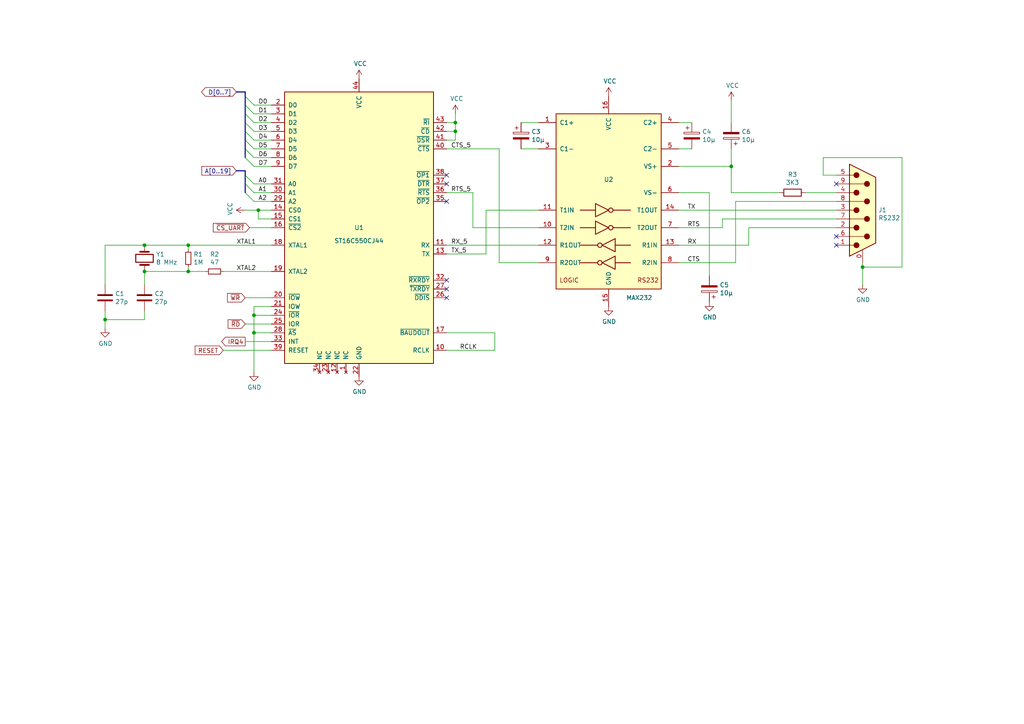
<source format=kicad_sch>
(kicad_sch (version 20230121) (generator eeschema)
  (paper "A4")
  (title_block (title "Mini8086 I/O board") (date "2020-11-05") (rev "1.0"))
  (lib_symbols
    (symbol "Device:C" (pin_numbers hide) (pin_names (offset 0.254))
      (property "Reference" "C" (at 0.635 2.54 0))
      (property "Value" "C" (at 0.635 -2.54 0))
      (symbol "C_0_1"
        (polyline (pts (xy -2.032 -0.762) (xy 2.032 -0.762)) (stroke (width 0.508)))
        (polyline (pts (xy -2.032 0.762) (xy 2.032 0.762)) (stroke (width 0.508)))
      )
      (symbol "C_1_1"
        (pin passive line (at 0 3.81 270) (length 2.794) (name "~") (number "1"))
        (pin passive line (at 0 -3.81 90) (length 2.794) (name "~") (number "2"))
      )
    )
    (symbol "Device:Crystal" (pin_numbers hide) (pin_names (offset 1.016) hide)
      (property "Reference" "Y" (at 0 3.81 0))
      (property "Value" "Crystal" (at 0 -3.81 0))
      (symbol "Crystal_0_1"
        (rectangle (start -1.143 2.54) (end 1.143 -2.54) (stroke (width 0.3048)))
        (polyline (pts (xy -2.54 0) (xy -1.905 0)))
        (polyline (pts (xy -1.905 -1.27) (xy -1.905 1.27)) (stroke (width 0.508)))
        (polyline (pts (xy 1.905 -1.27) (xy 1.905 1.27)) (stroke (width 0.508)))
        (polyline (pts (xy 2.54 0) (xy 1.905 0)))
      )
      (symbol "Crystal_1_1"
        (pin passive line (at -3.81 0 0) (length 1.27) (name "1") (number "1"))
        (pin passive line (at 3.81 0 180) (length 1.27) (name "2") (number "2"))
      )
    )
    (symbol "Device:R" (pin_numbers hide) (pin_names (offset 0))
      (property "Reference" "R" (at 2.032 0 90))
      (property "Value" "R" (at 0 0 90))
      (symbol "R_0_1"
        (rectangle (start -1.016 -2.54) (end 1.016 2.54) (stroke (width 0.254)))
      )
      (symbol "R_1_1"
        (pin passive line (at 0 3.81 270) (length 1.27) (name "~") (number "1"))
        (pin passive line (at 0 -3.81 90) (length 1.27) (name "~") (number "2"))
      )
    )
    (symbol "Device:R_Small" (pin_numbers hide) (pin_names (offset 0.254) hide)
      (property "Reference" "R" (at 0.762 0.508 0))
      (property "Value" "R_Small" (at 0.762 -1.016 0))
      (symbol "R_Small_0_1"
        (rectangle (start -0.762 1.778) (end 0.762 -1.778) (stroke (width 0.2032)))
      )
      (symbol "R_Small_1_1"
        (pin passive line (at 0 2.54 270) (length 0.762) (name "~") (number "1"))
        (pin passive line (at 0 -2.54 90) (length 0.762) (name "~") (number "2"))
      )
    )
    (symbol "Interface_UART:MAX232" (pin_names (offset 1.016))
      (property "Reference" "U" (at -2.54 28.575 0))
      (property "Value" "MAX232" (at -2.54 26.67 0))
      (symbol "MAX232_0_0"
        (text "LOGIC" (at -11.43 -22.86 0) (effects (font (size 1.27 1.27))))
        (text "RS232" (at 11.43 -22.86 0) (effects (font (size 1.27 1.27))))
      )
      (symbol "MAX232_0_1"
        (rectangle (start -15.24 -25.4) (end 15.24 25.4) (stroke (width 0.254)) (fill (type background)))
        (circle (center -2.54 -17.78) (radius 0.635) (stroke (width 0.254)))
        (circle (center -2.54 -12.7) (radius 0.635) (stroke (width 0.254)))
        (polyline (pts (xy -3.81 -7.62) (xy -8.255 -7.62)) (stroke (width 0.254)))
        (polyline (pts (xy -3.81 -2.54) (xy -8.255 -2.54)) (stroke (width 0.254)))
        (polyline (pts (xy -3.175 -17.78) (xy -8.255 -17.78)) (stroke (width 0.254)))
        (polyline (pts (xy -3.175 -12.7) (xy -8.255 -12.7)) (stroke (width 0.254)))
        (polyline (pts (xy 1.27 -7.62) (xy 6.35 -7.62)) (stroke (width 0.254)))
        (polyline (pts (xy 1.27 -2.54) (xy 6.35 -2.54)) (stroke (width 0.254)))
        (polyline (pts (xy 1.905 -17.78) (xy 6.35 -17.78)) (stroke (width 0.254)))
        (polyline (pts (xy 1.905 -12.7) (xy 6.35 -12.7)) (stroke (width 0.254)))
        (polyline (pts (xy -3.81 -5.715) (xy -3.81 -9.525) (xy 0 -7.62) (xy -3.81 -5.715)) (stroke (width 0.254)))
        (polyline (pts (xy -3.81 -0.635) (xy -3.81 -4.445) (xy 0 -2.54) (xy -3.81 -0.635)) (stroke (width 0.254)))
        (polyline (pts (xy 1.905 -15.875) (xy 1.905 -19.685) (xy -1.905 -17.78) (xy 1.905 -15.875)) (stroke (width 0.254)))
        (polyline (pts (xy 1.905 -10.795) (xy 1.905 -14.605) (xy -1.905 -12.7) (xy 1.905 -10.795)) (stroke (width 0.254)))
        (circle (center 0.635 -7.62) (radius 0.635) (stroke (width 0.254)))
        (circle (center 0.635 -2.54) (radius 0.635) (stroke (width 0.254)))
      )
      (symbol "MAX232_1_1"
        (pin passive line (at -20.32 22.86 0) (length 5.08) (name "C1+") (number "1"))
        (pin input line (at -20.32 -7.62 0) (length 5.08) (name "T2IN") (number "10"))
        (pin input line (at -20.32 -2.54 0) (length 5.08) (name "T1IN") (number "11"))
        (pin output line (at -20.32 -12.7 0) (length 5.08) (name "R1OUT") (number "12"))
        (pin input line (at 20.32 -12.7 180) (length 5.08) (name "R1IN") (number "13"))
        (pin output line (at 20.32 -2.54 180) (length 5.08) (name "T1OUT") (number "14"))
        (pin power_in line (at 0 -30.48 90) (length 5.08) (name "GND") (number "15"))
        (pin power_in line (at 0 30.48 270) (length 5.08) (name "VCC") (number "16"))
        (pin power_out line (at 20.32 10.16 180) (length 5.08) (name "VS+") (number "2"))
        (pin passive line (at -20.32 15.24 0) (length 5.08) (name "C1-") (number "3"))
        (pin passive line (at 20.32 22.86 180) (length 5.08) (name "C2+") (number "4"))
        (pin passive line (at 20.32 15.24 180) (length 5.08) (name "C2-") (number "5"))
        (pin power_out line (at 20.32 2.54 180) (length 5.08) (name "VS-") (number "6"))
        (pin output line (at 20.32 -7.62 180) (length 5.08) (name "T2OUT") (number "7"))
        (pin input line (at 20.32 -17.78 180) (length 5.08) (name "R2IN") (number "8"))
        (pin output line (at -20.32 -17.78 0) (length 5.08) (name "R2OUT") (number "9"))
      )
    )
    (symbol "Mini8086:ST16C550CJ44" (pin_names (offset 1.016))
      (property "Reference" "U" (at -21.59 40.64 0))
      (property "Value" "ST16C550CJ44" (at 15.24 40.64 0))
      (symbol "ST16C550CJ44_0_1"
        (rectangle (start -21.59 -39.37) (end 21.59 39.37) (stroke (width 0.254)) (fill (type background)))
      )
      (symbol "ST16C550CJ44_1_1"
        (pin no_connect line (at -3.81 -41.91 90) (length 2.54) (name "NC") (number "1"))
        (pin input line (at 25.4 -35.56 180) (length 3.81) (name "RCLK") (number "10"))
        (pin input line (at 25.4 -5.08 180) (length 3.81) (name "RX") (number "11"))
        (pin no_connect line (at -6.35 -41.91 90) (length 2.54) (name "NC") (number "12"))
        (pin output line (at 25.4 -7.62 180) (length 3.81) (name "TX") (number "13"))
        (pin input line (at -25.4 5.08 0) (length 3.81) (name "CS0") (number "14"))
        (pin input line (at -25.4 2.54 0) (length 3.81) (name "CS1") (number "15"))
        (pin input line (at -25.4 0 0) (length 3.81) (name "~{CS2}") (number "16"))
        (pin output line (at 25.4 -30.48 180) (length 3.81) (name "~{BAUDOUT}") (number "17"))
        (pin input line (at -25.4 -5.08 0) (length 3.81) (name "XTAL1") (number "18"))
        (pin output line (at -25.4 -12.7 0) (length 3.81) (name "XTAL2") (number "19"))
        (pin bidirectional line (at -25.4 35.56 0) (length 3.81) (name "D0") (number "2"))
        (pin input line (at -25.4 -20.32 0) (length 3.81) (name "~{IOW}") (number "20"))
        (pin input line (at -25.4 -22.86 0) (length 3.81) (name "IOW") (number "21"))
        (pin power_in line (at 0 -43.18 90) (length 3.81) (name "GND") (number "22"))
        (pin no_connect line (at -8.89 -41.91 90) (length 2.54) (name "NC") (number "23"))
        (pin input line (at -25.4 -25.4 0) (length 3.81) (name "~{IOR}") (number "24"))
        (pin input line (at -25.4 -27.94 0) (length 3.81) (name "IOR") (number "25"))
        (pin output line (at 25.4 -20.32 180) (length 3.81) (name "~{DDIS}") (number "26"))
        (pin output line (at 25.4 -17.78 180) (length 3.81) (name "~{TXRDY}") (number "27"))
        (pin input line (at -25.4 -30.48 0) (length 3.81) (name "~{AS}") (number "28"))
        (pin input line (at -25.4 7.62 0) (length 3.81) (name "A2") (number "29"))
        (pin bidirectional line (at -25.4 33.02 0) (length 3.81) (name "D1") (number "3"))
        (pin input line (at -25.4 10.16 0) (length 3.81) (name "A1") (number "30"))
        (pin input line (at -25.4 12.7 0) (length 3.81) (name "A0") (number "31"))
        (pin output line (at 25.4 -15.24 180) (length 3.81) (name "~{RXRDY}") (number "32"))
        (pin output line (at -25.4 -33.02 0) (length 3.81) (name "INT") (number "33"))
        (pin no_connect line (at -11.43 -41.91 90) (length 2.54) (name "NC") (number "34"))
        (pin output line (at 25.4 7.62 180) (length 3.81) (name "~{OP2}") (number "35"))
        (pin output line (at 25.4 10.16 180) (length 3.81) (name "~{RTS}") (number "36"))
        (pin output line (at 25.4 12.7 180) (length 3.81) (name "~{DTR}") (number "37"))
        (pin output line (at 25.4 15.24 180) (length 3.81) (name "~{OP1}") (number "38"))
        (pin input line (at -25.4 -35.56 0) (length 3.81) (name "RESET") (number "39"))
        (pin bidirectional line (at -25.4 30.48 0) (length 3.81) (name "D2") (number "4"))
        (pin input line (at 25.4 22.86 180) (length 3.81) (name "~{CTS}") (number "40"))
        (pin input line (at 25.4 25.4 180) (length 3.81) (name "~{DSR}") (number "41"))
        (pin input line (at 25.4 27.94 180) (length 3.81) (name "~{CD}") (number "42"))
        (pin input line (at 25.4 30.48 180) (length 3.81) (name "~{RI}") (number "43"))
        (pin power_in line (at 0 43.18 270) (length 3.81) (name "VCC") (number "44"))
        (pin bidirectional line (at -25.4 27.94 0) (length 3.81) (name "D3") (number "5"))
        (pin bidirectional line (at -25.4 25.4 0) (length 3.81) (name "D4") (number "6"))
        (pin bidirectional line (at -25.4 22.86 0) (length 3.81) (name "D5") (number "7"))
        (pin bidirectional line (at -25.4 20.32 0) (length 3.81) (name "D6") (number "8"))
        (pin bidirectional line (at -25.4 17.78 0) (length 3.81) (name "D7") (number "9"))
      )
    )
    (symbol "io_board-rescue:CP-Device" (pin_numbers hide) (pin_names (offset 0.254))
      (property "Reference" "C" (at 0.635 2.54 0))
      (property "Value" "Device_CP" (at 0.635 -2.54 0))
      (symbol "CP-Device_0_1"
        (rectangle (start -2.286 0.508) (end 2.286 1.016))
        (polyline (pts (xy -1.778 2.286) (xy -0.762 2.286)))
        (polyline (pts (xy -1.27 2.794) (xy -1.27 1.778)))
        (rectangle (start 2.286 -0.508) (end -2.286 -1.016) (fill (type outline)))
      )
      (symbol "CP-Device_1_1"
        (pin passive line (at 0 3.81 270) (length 2.794) (name "~") (number "1"))
        (pin passive line (at 0 -3.81 90) (length 2.794) (name "~") (number "2"))
      )
    )
    (symbol "io_board-rescue:DB9_Male_MountingHoles-Connector" (pin_names (offset 1.016) hide)
      (property "Reference" "J" (at 0 16.51 0))
      (property "Value" "Connector_DB9_Male_MountingHoles" (at 0 14.605 0))
      (symbol "DB9_Male_MountingHoles-Connector_0_1"
        (circle (center -1.778 -10.16) (radius 0.762) (fill (type outline)))
        (circle (center -1.778 -5.08) (radius 0.762) (fill (type outline)))
        (circle (center -1.778 0) (radius 0.762) (fill (type outline)))
        (circle (center -1.778 5.08) (radius 0.762) (fill (type outline)))
        (circle (center -1.778 10.16) (radius 0.762) (fill (type outline)))
        (polyline (pts (xy -3.81 -10.16) (xy -2.54 -10.16)))
        (polyline (pts (xy -3.81 -7.62) (xy 0.508 -7.62)))
        (polyline (pts (xy -3.81 -5.08) (xy -2.54 -5.08)))
        (polyline (pts (xy -3.81 -2.54) (xy 0.508 -2.54)))
        (polyline (pts (xy -3.81 0) (xy -2.54 0)))
        (polyline (pts (xy -3.81 2.54) (xy 0.508 2.54)))
        (polyline (pts (xy -3.81 5.08) (xy -2.54 5.08)))
        (polyline (pts (xy -3.81 7.62) (xy 0.508 7.62)))
        (polyline (pts (xy -3.81 10.16) (xy -2.54 10.16)))
        (polyline (pts (xy -3.81 -13.335) (xy -3.81 13.335) (xy 3.81 9.525) (xy 3.81 -9.525) (xy -3.81 -13.335)) (stroke (width 0.254)) (fill (type background)))
        (circle (center 1.27 -7.62) (radius 0.762) (fill (type outline)))
        (circle (center 1.27 -2.54) (radius 0.762) (fill (type outline)))
        (circle (center 1.27 2.54) (radius 0.762) (fill (type outline)))
        (circle (center 1.27 7.62) (radius 0.762) (fill (type outline)))
      )
      (symbol "DB9_Male_MountingHoles-Connector_1_1"
        (pin passive line (at 0 -15.24 90) (length 3.81) (name "PAD") (number "0"))
        (pin passive line (at -7.62 -10.16 0) (length 3.81) (name "1") (number "1"))
        (pin passive line (at -7.62 -5.08 0) (length 3.81) (name "2") (number "2"))
        (pin passive line (at -7.62 0 0) (length 3.81) (name "3") (number "3"))
        (pin passive line (at -7.62 5.08 0) (length 3.81) (name "4") (number "4"))
        (pin passive line (at -7.62 10.16 0) (length 3.81) (name "5") (number "5"))
        (pin passive line (at -7.62 -7.62 0) (length 3.81) (name "6") (number "6"))
        (pin passive line (at -7.62 -2.54 0) (length 3.81) (name "7") (number "7"))
        (pin passive line (at -7.62 2.54 0) (length 3.81) (name "8") (number "8"))
        (pin passive line (at -7.62 7.62 0) (length 3.81) (name "9") (number "9"))
      )
    )
    (symbol "power:GND" (power) (pin_names (offset 0))
      (property "Value" "GND" (at 0 -3.81 0))
      (symbol "GND_0_1"
        (polyline (pts (xy 0 0) (xy 0 -1.27) (xy 1.27 -1.27) (xy 0 -2.54) (xy -1.27 -1.27) (xy 0 -1.27)))
      )
      (symbol "GND_1_1"
        (pin power_in line (at 0 0 270) (length 0) hide (name "GND") (number "1"))
      )
    )
    (symbol "power:VCC" (power) (pin_names (offset 0))
      (property "Value" "VCC" (at 0 3.81 0))
      (symbol "VCC_0_1"
        (polyline (pts (xy -0.762 1.27) (xy 0 2.54)))
        (polyline (pts (xy 0 0) (xy 0 2.54)))
        (polyline (pts (xy 0 2.54) (xy 0.762 1.27)))
      )
      (symbol "VCC_1_1"
        (pin power_in line (at 0 0 90) (length 0) hide (name "VCC") (number "1"))
      )
    )
  )
  (junction (at 54.61 78.74))
  (junction (at 250.19 77.47))
  (junction (at 54.61 71.12))
  (junction (at 73.66 96.52))
  (junction (at 41.91 78.74))
  (junction (at 74.93 60.96))
  (junction (at 41.91 71.12))
  (junction (at 212.09 48.26))
  (junction (at 30.48 92.71))
  (junction (at 73.66 91.44))
  (junction (at 132.08 38.1))
  (junction (at 132.08 35.56))
  (no_connect (at 129.54 81.28))
  (no_connect (at 242.57 71.12))
  (no_connect (at 242.57 53.34))
  (no_connect (at 129.54 58.42))
  (no_connect (at 129.54 50.8))
  (no_connect (at 242.57 68.58))
  (no_connect (at 129.54 86.36))
  (no_connect (at 129.54 83.82))
  (no_connect (at 129.54 53.34))
  (bus_entry (at 73.66 48.26) (size -2.54 -2.54))
  (bus_entry (at 73.66 43.18) (size -2.54 -2.54))
  (bus_entry (at 73.66 53.34) (size -2.54 -2.54))
  (bus_entry (at 73.66 35.56) (size -2.54 -2.54))
  (bus_entry (at 73.66 58.42) (size -2.54 -2.54))
  (bus_entry (at 73.66 55.88) (size -2.54 -2.54))
  (bus_entry (at 73.66 45.72) (size -2.54 -2.54))
  (bus_entry (at 73.66 38.1) (size -2.54 -2.54))
  (bus_entry (at 73.66 40.64) (size -2.54 -2.54))
  (bus_entry (at 73.66 33.02) (size -2.54 -2.54))
  (bus_entry (at 73.66 30.48) (size -2.54 -2.54))
  (wire (pts (xy 137.16 66.04) (xy 137.16 55.88)))
  (bus (pts (xy 71.12 40.64) (xy 71.12 43.18)))
  (wire (pts (xy 73.66 58.42) (xy 78.74 58.42)))
  (wire (pts (xy 54.61 71.12) (xy 54.61 72.39)))
  (wire (pts (xy 129.54 35.56) (xy 132.08 35.56)))
  (wire (pts (xy 54.61 78.74) (xy 59.69 78.74)))
  (wire (pts (xy 41.91 92.71) (xy 30.48 92.71)))
  (wire (pts (xy 200.66 35.56) (xy 196.85 35.56)))
  (wire (pts (xy 196.85 48.26) (xy 212.09 48.26)))
  (wire (pts (xy 144.78 43.18) (xy 129.54 43.18)))
  (wire (pts (xy 129.54 38.1) (xy 132.08 38.1)))
  (wire (pts (xy 140.97 60.96) (xy 156.21 60.96)))
  (bus (pts (xy 71.12 38.1) (xy 71.12 40.64)))
  (wire (pts (xy 54.61 71.12) (xy 78.74 71.12)))
  (wire (pts (xy 213.36 76.2) (xy 196.85 76.2)))
  (wire (pts (xy 156.21 43.18) (xy 151.13 43.18)))
  (wire (pts (xy 73.66 30.48) (xy 78.74 30.48)))
  (wire (pts (xy 78.74 88.9) (xy 73.66 88.9)))
  (wire (pts (xy 73.66 43.18) (xy 78.74 43.18)))
  (wire (pts (xy 196.85 60.96) (xy 242.57 60.96)))
  (bus (pts (xy 71.12 53.34) (xy 71.12 55.88)))
  (wire (pts (xy 212.09 55.88) (xy 212.09 48.26)))
  (wire (pts (xy 132.08 38.1) (xy 132.08 35.56)))
  (wire (pts (xy 41.91 90.17) (xy 41.91 92.71)))
  (wire (pts (xy 73.66 45.72) (xy 78.74 45.72)))
  (wire (pts (xy 78.74 66.04) (xy 72.39 66.04)))
  (wire (pts (xy 242.57 50.8) (xy 238.76 50.8)))
  (wire (pts (xy 238.76 50.8) (xy 238.76 45.72)))
  (wire (pts (xy 261.62 45.72) (xy 261.62 77.47)))
  (wire (pts (xy 30.48 92.71) (xy 30.48 95.25)))
  (bus (pts (xy 71.12 26.67) (xy 68.58 26.67)))
  (wire (pts (xy 132.08 35.56) (xy 132.08 33.02)))
  (wire (pts (xy 242.57 58.42) (xy 213.36 58.42)))
  (wire (pts (xy 73.66 35.56) (xy 78.74 35.56)))
  (wire (pts (xy 78.74 86.36) (xy 71.12 86.36)))
  (bus (pts (xy 71.12 30.48) (xy 71.12 33.02)))
  (wire (pts (xy 132.08 40.64) (xy 132.08 38.1)))
  (wire (pts (xy 129.54 71.12) (xy 156.21 71.12)))
  (wire (pts (xy 73.66 96.52) (xy 73.66 107.95)))
  (wire (pts (xy 156.21 66.04) (xy 137.16 66.04)))
  (wire (pts (xy 41.91 71.12) (xy 54.61 71.12)))
  (wire (pts (xy 242.57 63.5) (xy 209.55 63.5)))
  (wire (pts (xy 129.54 73.66) (xy 140.97 73.66)))
  (bus (pts (xy 71.12 33.02) (xy 71.12 35.56)))
  (wire (pts (xy 54.61 78.74) (xy 54.61 77.47)))
  (wire (pts (xy 238.76 45.72) (xy 261.62 45.72)))
  (wire (pts (xy 137.16 55.88) (xy 129.54 55.88)))
  (wire (pts (xy 73.66 88.9) (xy 73.66 91.44)))
  (wire (pts (xy 78.74 101.6) (xy 64.77 101.6)))
  (wire (pts (xy 212.09 48.26) (xy 212.09 43.18)))
  (wire (pts (xy 78.74 99.06) (xy 71.12 99.06)))
  (wire (pts (xy 78.74 91.44) (xy 73.66 91.44)))
  (wire (pts (xy 129.54 40.64) (xy 132.08 40.64)))
  (wire (pts (xy 73.66 53.34) (xy 78.74 53.34)))
  (wire (pts (xy 242.57 66.04) (xy 217.17 66.04)))
  (wire (pts (xy 73.66 91.44) (xy 73.66 96.52)))
  (wire (pts (xy 250.19 77.47) (xy 250.19 82.55)))
  (wire (pts (xy 129.54 96.52) (xy 143.51 96.52)))
  (wire (pts (xy 242.57 55.88) (xy 233.68 55.88)))
  (wire (pts (xy 196.85 71.12) (xy 217.17 71.12)))
  (wire (pts (xy 30.48 71.12) (xy 41.91 71.12)))
  (wire (pts (xy 78.74 93.98) (xy 71.12 93.98)))
  (bus (pts (xy 71.12 50.8) (xy 71.12 53.34)))
  (wire (pts (xy 30.48 82.55) (xy 30.48 71.12)))
  (bus (pts (xy 71.12 49.53) (xy 71.12 50.8)))
  (wire (pts (xy 226.06 55.88) (xy 212.09 55.88)))
  (wire (pts (xy 261.62 77.47) (xy 250.19 77.47)))
  (wire (pts (xy 73.66 33.02) (xy 78.74 33.02)))
  (wire (pts (xy 78.74 63.5) (xy 74.93 63.5)))
  (wire (pts (xy 73.66 38.1) (xy 78.74 38.1)))
  (wire (pts (xy 143.51 96.52) (xy 143.51 101.6)))
  (wire (pts (xy 74.93 60.96) (xy 71.12 60.96)))
  (bus (pts (xy 71.12 43.18) (xy 71.12 45.72)))
  (wire (pts (xy 74.93 60.96) (xy 78.74 60.96)))
  (bus (pts (xy 71.12 26.67) (xy 71.12 27.94)))
  (wire (pts (xy 73.66 55.88) (xy 78.74 55.88)))
  (wire (pts (xy 41.91 82.55) (xy 41.91 78.74)))
  (wire (pts (xy 212.09 35.56) (xy 212.09 29.21)))
  (wire (pts (xy 78.74 96.52) (xy 73.66 96.52)))
  (wire (pts (xy 196.85 66.04) (xy 209.55 66.04)))
  (wire (pts (xy 217.17 71.12) (xy 217.17 66.04)))
  (wire (pts (xy 144.78 76.2) (xy 144.78 43.18)))
  (wire (pts (xy 205.74 55.88) (xy 205.74 80.01)))
  (wire (pts (xy 250.19 76.2) (xy 250.19 77.47)))
  (wire (pts (xy 143.51 101.6) (xy 129.54 101.6)))
  (wire (pts (xy 41.91 78.74) (xy 54.61 78.74)))
  (wire (pts (xy 73.66 40.64) (xy 78.74 40.64)))
  (wire (pts (xy 30.48 92.71) (xy 30.48 90.17)))
  (wire (pts (xy 196.85 55.88) (xy 205.74 55.88)))
  (bus (pts (xy 71.12 35.56) (xy 71.12 38.1)))
  (wire (pts (xy 78.74 78.74) (xy 64.77 78.74)))
  (bus (pts (xy 71.12 49.53) (xy 68.58 49.53)))
  (wire (pts (xy 156.21 35.56) (xy 151.13 35.56)))
  (wire (pts (xy 73.66 48.26) (xy 78.74 48.26)))
  (wire (pts (xy 74.93 63.5) (xy 74.93 60.96)))
  (wire (pts (xy 200.66 43.18) (xy 196.85 43.18)))
  (wire (pts (xy 213.36 58.42) (xy 213.36 76.2)))
  (wire (pts (xy 209.55 63.5) (xy 209.55 66.04)))
  (wire (pts (xy 156.21 76.2) (xy 144.78 76.2)))
  (wire (pts (xy 140.97 73.66) (xy 140.97 60.96)))
  (bus (pts (xy 71.12 27.94) (xy 71.12 30.48)))
  (label "D0" (at 74.93 30.48 0))
  (label "D5" (at 74.93 43.18 0))
  (label "D3" (at 74.93 38.1 0))
  (label "CTS" (at 199.39 76.2 0))
  (label "CTS_5" (at 130.81 43.18 0))
  (label "XTAL2" (at 68.58 78.74 0))
  (label "RX" (at 199.39 71.12 0))
  (label "D7" (at 74.93 48.26 0))
  (label "A0" (at 74.93 53.34 0))
  (label "TX" (at 199.39 60.96 0))
  (label "TX_5" (at 130.81 73.66 0))
  (label "RTS_5" (at 130.81 55.88 0))
  (label "XTAL1" (at 68.58 71.12 0))
  (label "A2" (at 74.93 58.42 0))
  (label "D2" (at 74.93 35.56 0))
  (label "RCLK" (at 133.35 101.6 0))
  (label "D6" (at 74.93 45.72 0))
  (label "RX_5" (at 130.81 71.12 0))
  (label "D4" (at 74.93 40.64 0))
  (label "D1" (at 74.93 33.02 0))
  (label "RTS" (at 199.39 66.04 0))
  (label "A1" (at 74.93 55.88 0))
  (global_label "D[0..7]" (shape bidirectional) (at 68.58 26.67 180) (property "Intersheetrefs" "${INTERSHEET_REFS}" (effects hide)))
  (global_label "~{WR}" (shape input) (at 71.12 86.36 180) (property "Intersheetrefs" "${INTERSHEET_REFS}" (effects hide)))
  (global_label "~{RD}" (shape input) (at 71.12 93.98 180) (property "Intersheetrefs" "${INTERSHEET_REFS}" (effects hide)))
  (global_label "~{CS_UART}" (shape input) (at 72.39 66.04 180) (property "Intersheetrefs" "${INTERSHEET_REFS}" (effects hide)))
  (global_label "RESET" (shape input) (at 64.77 101.6 180) (property "Intersheetrefs" "${INTERSHEET_REFS}" (effects hide)))
  (global_label "A[0..19]" (shape input) (at 68.58 49.53 180) (property "Intersheetrefs" "${INTERSHEET_REFS}" (effects hide)))
  (global_label "IRQ4" (shape output) (at 71.12 99.06 180) (property "Intersheetrefs" "${INTERSHEET_REFS}" (effects hide)))
  (symbol (lib_id "Interface_UART:MAX232") (at 176.53 58.42 0) (unit 1)
    (property "Reference" "U2" (at 176.53 52.07 0))
    (property "Value" "MAX232" (at 185.42 86.36 0))
    (property "Footprint" "Package_SO:SOIC-16_3.9x9.9mm_P1.27mm" (effects hide))
    (property "Datasheet" "http://www.ti.com/lit/ds/symlink/max232.pdf" (effects hide))
  )
  (symbol (lib_id "io_board-rescue:CP-Device") (at 151.13 39.37 0) (unit 1)
    (property "Reference" "C3" (at 154.1272 38.2016 0) (effects (justify left)))
    (property "Value" "10µ" (at 154.1272 40.513 0) (effects (justify left)))
    (property "Footprint" "Capacitor_SMD:CP_Elec_4x3.9" (effects hide))
  )
  (symbol (lib_id "io_board-rescue:CP-Device") (at 200.66 39.37 0) (unit 1)
    (property "Reference" "C4" (at 203.6572 38.2016 0) (effects (justify left)))
    (property "Value" "10µ" (at 203.6572 40.513 0) (effects (justify left)))
    (property "Footprint" "Capacitor_SMD:CP_Elec_4x3.9" (effects hide))
  )
  (symbol (lib_id "io_board-rescue:CP-Device") (at 212.09 39.37 180) (unit 1)
    (property "Reference" "C6" (at 215.0872 38.2016 0) (effects (justify right)))
    (property "Value" "10µ" (at 215.0872 40.513 0) (effects (justify right)))
    (property "Footprint" "Capacitor_SMD:CP_Elec_4x3.9" (effects hide))
  )
  (symbol (lib_id "power:VCC") (at 212.09 29.21 0) (unit 1)
    (property "Reference" "#PWR010" (effects hide))
    (property "Value" "VCC" (at 212.471 24.8158 0))
  )
  (symbol (lib_id "power:VCC") (at 71.12 60.96 90) (unit 1)
    (property "Reference" "#PWR02" (effects hide))
    (property "Value" "VCC" (at 66.7258 60.579 0))
  )
  (symbol (lib_id "io_board-rescue:CP-Device") (at 205.74 83.82 180) (unit 1)
    (property "Reference" "C5" (at 208.7372 82.6516 0) (effects (justify right)))
    (property "Value" "10µ" (at 208.7372 84.963 0) (effects (justify right)))
    (property "Footprint" "Capacitor_SMD:CP_Elec_4x3.9" (effects hide))
  )
  (symbol (lib_id "power:GND") (at 205.74 87.63 0) (unit 1)
    (property "Reference" "#PWR09" (effects hide))
    (property "Value" "GND" (at 205.867 92.0242 0))
  )
  (symbol (lib_id "power:GND") (at 73.66 107.95 0) (unit 1)
    (property "Reference" "#PWR03" (effects hide))
    (property "Value" "GND" (at 73.787 112.3442 0))
  )
  (symbol (lib_id "power:VCC") (at 132.08 33.02 0) (unit 1)
    (property "Reference" "#PWR06" (effects hide))
    (property "Value" "VCC" (at 132.461 28.6258 0))
  )
  (symbol (lib_id "Device:R_Small") (at 62.23 78.74 90) (unit 1)
    (property "Reference" "R2" (at 62.23 73.7616 90))
    (property "Value" "47" (at 62.23 76.073 90))
    (property "Footprint" "Resistor_SMD:R_1206_3216Metric" (effects hide))
  )
  (symbol (lib_id "Device:R_Small") (at 54.61 74.93 180) (unit 1)
    (property "Reference" "R1" (at 56.1086 73.7616 0) (effects (justify right)))
    (property "Value" "1M" (at 56.1086 76.073 0) (effects (justify right)))
    (property "Footprint" "Resistor_SMD:R_1206_3216Metric" (effects hide))
  )
  (symbol (lib_id "Device:C") (at 41.91 86.36 0) (unit 1)
    (property "Reference" "C2" (at 44.831 85.1916 0) (effects (justify left)))
    (property "Value" "27p" (at 44.831 87.503 0) (effects (justify left)))
    (property "Footprint" "Capacitor_SMD:C_1206_3216Metric" (effects hide))
  )
  (symbol (lib_id "Device:C") (at 30.48 86.36 0) (unit 1)
    (property "Reference" "C1" (at 33.401 85.1916 0) (effects (justify left)))
    (property "Value" "27p" (at 33.401 87.503 0) (effects (justify left)))
    (property "Footprint" "Capacitor_SMD:C_1206_3216Metric" (effects hide))
  )
  (symbol (lib_id "power:GND") (at 104.14 109.22 0) (unit 1)
    (property "Reference" "#PWR05" (effects hide))
    (property "Value" "GND" (at 104.267 113.6142 0))
  )
  (symbol (lib_id "power:GND") (at 176.53 88.9 0) (unit 1)
    (property "Reference" "#PWR08" (effects hide))
    (property "Value" "GND" (at 176.657 93.2942 0))
  )
  (symbol (lib_id "power:VCC") (at 176.53 27.94 0) (unit 1)
    (property "Reference" "#PWR07" (effects hide))
    (property "Value" "VCC" (at 176.911 23.5458 0))
  )
  (symbol (lib_id "power:VCC") (at 104.14 22.86 0) (unit 1)
    (property "Reference" "#PWR04" (effects hide))
    (property "Value" "VCC" (at 104.521 18.4658 0))
  )
  (symbol (lib_id "Device:Crystal") (at 41.91 74.93 90) (unit 1)
    (property "Reference" "Y1" (at 45.2374 73.7616 90) (effects (justify right)))
    (property "Value" "8 MHz" (at 45.2374 76.073 90) (effects (justify right)))
    (property "Footprint" "Crystal:Crystal_HC49-U_Vertical" (effects hide))
  )
  (symbol (lib_id "power:GND") (at 30.48 95.25 0) (unit 1)
    (property "Reference" "#PWR01" (effects hide))
    (property "Value" "GND" (at 30.607 99.6442 0))
  )
  (symbol (lib_id "io_board-rescue:DB9_Male_MountingHoles-Connector") (at 250.19 60.96 0) (unit 1)
    (property "Reference" "J1" (at 254.762 60.9092 0) (effects (justify left)))
    (property "Value" "RS232" (at 254.762 63.2206 0) (effects (justify left)))
    (property "Footprint" "Connector_Dsub:DSUB-9_Male_Horizontal_P2.77x2.84mm_EdgePinOffset4.94mm_Housed_MountingHolesOffset7.48mm" (effects hide))
    (property "Datasheet" " ~" (effects hide))
  )
  (symbol (lib_id "power:GND") (at 250.19 82.55 0) (unit 1)
    (property "Reference" "#PWR011" (effects hide))
    (property "Value" "GND" (at 250.317 86.9442 0))
  )
  (symbol (lib_id "Device:R") (at 229.87 55.88 270) (unit 1)
    (property "Reference" "R3" (at 229.87 50.6222 90))
    (property "Value" "3K3" (at 229.87 52.9336 90))
    (property "Footprint" "Resistor_SMD:R_1206_3216Metric" (effects hide))
  )
  (symbol (lib_id "Mini8086:ST16C550CJ44") (at 104.14 66.04 0) (unit 1)
    (property "Reference" "U1" (at 104.14 66.04 0))
    (property "Value" "ST16C550CJ44" (at 104.14 69.85 0))
    (property "Footprint" "Package_LCC:PLCC-44_THT-Socket" (effects hide))
  )
)
</source>
